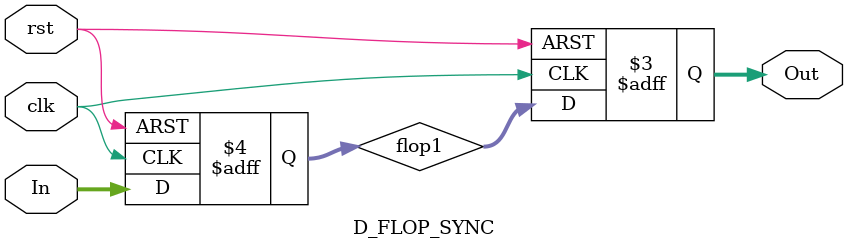
<source format=v>
module D_FLOP_SYNC #(parameter W=8)(
	input clk,rst,
	input [W:0] In,
	output reg  [W:0] Out
);

	reg [W:0] flop1;
	
	always@(posedge clk or negedge rst)
	begin 
		if(!rst)
		begin
			flop1<='d0;
			Out<='d0;
		end
		
		else 
		begin
			flop1<=In;
			Out<=flop1;
		end
	end
endmodule
</source>
